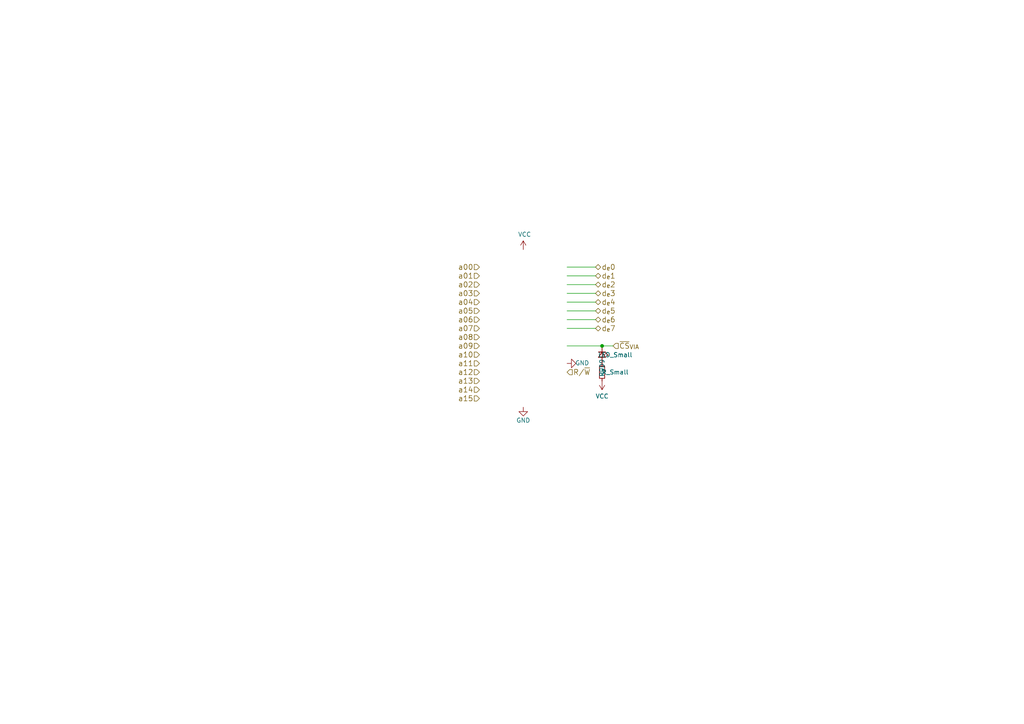
<source format=kicad_sch>
(kicad_sch (version 20230121) (generator eeschema)
  (paper "A4")
  (lib_symbols
    (symbol "Device:LED_Small" (pin_numbers hide) (pin_names (offset 0.254) hide)
      (property "Reference" "D" (at -1.27 3.175 0))
      (property "Value" "LED_Small" (at -4.445 -2.54 0))
      (symbol "LED_Small_0_1"
        (polyline (pts (xy -0.762 -1.016) (xy -0.762 1.016)) (stroke (width 0.254)))
        (polyline (pts (xy 1.016 0) (xy -0.762 0)))
        (polyline (pts (xy 0.762 -1.016) (xy -0.762 0) (xy 0.762 1.016) (xy 0.762 -1.016)) (stroke (width 0.254)))
        (polyline (pts (xy 0 0.762) (xy -0.508 1.27) (xy -0.254 1.27) (xy -0.508 1.27) (xy -0.508 1.016)))
        (polyline (pts (xy 0.508 1.27) (xy 0 1.778) (xy 0.254 1.778) (xy 0 1.778) (xy 0 1.524)))
      )
      (symbol "LED_Small_1_1"
        (pin passive line (at -2.54 0 0) (length 1.778) (name "K") (number "1"))
        (pin passive line (at 2.54 0 180) (length 1.778) (name "A") (number "2"))
      )
    )
    (symbol "Device:R_Small" (pin_numbers hide) (pin_names (offset 0.254) hide)
      (property "Reference" "R" (at 0.762 0.508 0))
      (property "Value" "R_Small" (at 0.762 -1.016 0))
      (symbol "R_Small_0_1"
        (rectangle (start -0.762 1.778) (end 0.762 -1.778) (stroke (width 0.2032)))
      )
      (symbol "R_Small_1_1"
        (pin passive line (at 0 2.54 270) (length 0.762) (name "~") (number "1"))
        (pin passive line (at 0 -2.54 90) (length 0.762) (name "~") (number "2"))
      )
    )
    (symbol "power:GND" (power) (pin_names (offset 0))
      (property "Value" "GND" (at 0 -3.81 0))
      (symbol "GND_0_1"
        (polyline (pts (xy 0 0) (xy 0 -1.27) (xy 1.27 -1.27) (xy 0 -2.54) (xy -1.27 -1.27) (xy 0 -1.27)))
      )
      (symbol "GND_1_1"
        (pin power_in line (at 0 0 270) (length 0) hide (name "GND") (number "1"))
      )
    )
    (symbol "power:VCC" (power) (pin_names (offset 0))
      (property "Value" "VCC" (at 0 3.81 0))
      (symbol "VCC_0_1"
        (polyline (pts (xy -0.762 1.27) (xy 0 2.54)))
        (polyline (pts (xy 0 0) (xy 0 2.54)))
        (polyline (pts (xy 0 2.54) (xy 0.762 1.27)))
      )
      (symbol "VCC_1_1"
        (pin power_in line (at 0 0 90) (length 0) hide (name "VCC") (number "1"))
      )
    )
  )
  (junction (at 174.625 100.33))
  (wire (pts (xy 172.72 92.71) (xy 164.465 92.71)))
  (wire (pts (xy 177.8 100.33) (xy 174.625 100.33)))
  (wire (pts (xy 172.72 82.55) (xy 164.465 82.55)))
  (wire (pts (xy 172.72 95.25) (xy 164.465 95.25)))
  (wire (pts (xy 172.72 85.09) (xy 164.465 85.09)))
  (wire (pts (xy 172.72 87.63) (xy 164.465 87.63)))
  (wire (pts (xy 174.625 100.33) (xy 164.465 100.33)))
  (wire (pts (xy 172.72 80.01) (xy 164.465 80.01)))
  (wire (pts (xy 172.72 77.47) (xy 164.465 77.47)))
  (wire (pts (xy 172.72 90.17) (xy 164.465 90.17)))
  (hierarchical_label "a13" (shape input) (at 139.065 110.49 180) (effects (font (size 1.524 1.524))))
  (hierarchical_label "a04" (shape input) (at 139.065 87.63 180) (effects (font (size 1.524 1.524))))
  (hierarchical_label "a12" (shape input) (at 139.065 107.95 180) (effects (font (size 1.524 1.524))))
  (hierarchical_label "a11" (shape input) (at 139.065 105.41 180) (effects (font (size 1.524 1.524))))
  (hierarchical_label "a03" (shape input) (at 139.065 85.09 180) (effects (font (size 1.524 1.524))))
  (hierarchical_label "d_{e}2" (shape tri_state) (at 172.72 82.55 0) (effects (font (size 1.524 1.524))))
  (hierarchical_label "a15" (shape input) (at 139.065 115.57 180) (effects (font (size 1.524 1.524))))
  (hierarchical_label "a00" (shape input) (at 139.065 77.47 180) (effects (font (size 1.524 1.524))))
  (hierarchical_label "d_{e}3" (shape tri_state) (at 172.72 85.09 0) (effects (font (size 1.524 1.524))))
  (hierarchical_label "d_{e}0" (shape tri_state) (at 172.72 77.47 0) (effects (font (size 1.524 1.524))))
  (hierarchical_label "a02" (shape input) (at 139.065 82.55 180) (effects (font (size 1.524 1.524))))
  (hierarchical_label "a05" (shape input) (at 139.065 90.17 180) (effects (font (size 1.524 1.524))))
  (hierarchical_label "a09" (shape input) (at 139.065 100.33 180) (effects (font (size 1.524 1.524))))
  (hierarchical_label "a06" (shape input) (at 139.065 92.71 180) (effects (font (size 1.524 1.524))))
  (hierarchical_label "d_{e}7" (shape tri_state) (at 172.72 95.25 0) (effects (font (size 1.524 1.524))))
  (hierarchical_label "d_{e}5" (shape tri_state) (at 172.72 90.17 0) (effects (font (size 1.524 1.524))))
  (hierarchical_label "d_{e}4" (shape tri_state) (at 172.72 87.63 0) (effects (font (size 1.524 1.524))))
  (hierarchical_label "a01" (shape input) (at 139.065 80.01 180) (effects (font (size 1.524 1.524))))
  (hierarchical_label "a10" (shape input) (at 139.065 102.87 180) (effects (font (size 1.524 1.524))))
  (hierarchical_label "a07" (shape input) (at 139.065 95.25 180) (effects (font (size 1.524 1.524))))
  (hierarchical_label "a08" (shape input) (at 139.065 97.79 180) (effects (font (size 1.524 1.524))))
  (hierarchical_label "R{slash}~{W}" (shape input) (at 164.465 107.95 0) (effects (font (size 1.524 1.524))))
  (hierarchical_label "a14" (shape input) (at 139.065 113.03 180) (effects (font (size 1.524 1.524))))
  (hierarchical_label "~{CS}_{VIA}" (shape input) (at 177.8 100.33 0) (effects (font (size 1.524 1.524))))
  (hierarchical_label "d_{e}1" (shape tri_state) (at 172.72 80.01 0) (effects (font (size 1.524 1.524))))
  (hierarchical_label "d_{e}6" (shape tri_state) (at 172.72 92.71 0) (effects (font (size 1.524 1.524))))
  (symbol (lib_id "power:VCC") (at 151.765 72.39 0) (unit 1)
    (property "Reference" "#PWR056" (effects hide))
    (property "Value" "VCC" (at 152.146 67.9958 0))
    (instances (project "8bit-computer" (path "" (reference "#PWR056") (unit 1)) (path "" (reference "#PWR049") (unit 1))))
  )
  (symbol (lib_id "Device:LED_Small") (at 174.625 102.87 270) (unit 1)
    (property "Reference" "D9" (at 174.625 105.4735 0))
    (property "Value" "LED_Small" (at 178.435 102.9335 90))
    (instances (project "8bit-computer" (path "" (reference "D9") (unit 1)) (path "" (reference "D10") (unit 1)) (path "" (reference "D11") (unit 1)) (path "" (reference "D46") (unit 1))))
  )
  (symbol (lib_id "Device:R_Small") (at 174.625 107.95 0) (unit 1)
    (property "Reference" "R9" (at 174.625 107.95 90))
    (property "Value" "R_Small" (at 178.435 107.95 0))
    (instances (project "8bit-computer" (path "" (reference "R9") (unit 1)) (path "" (reference "R10") (unit 1)) (path "" (reference "R11") (unit 1)) (path "" (reference "R46") (unit 1))))
  )
  (symbol (lib_id "power:GND") (at 164.465 105.41 90) (unit 1)
    (property "Reference" "#PWR059" (effects hide))
    (property "Value" "GND" (at 168.8592 105.283 90))
    (instances (project "8bit-computer" (path "" (reference "#PWR059") (unit 1)) (path "" (reference "#PWR051") (unit 1))))
  )
  (symbol (lib_id "power:VCC") (at 174.625 110.49 180) (unit 1)
    (property "Reference" "#PWR03" (effects hide))
    (property "Value" "VCC" (at 174.625 114.935 0))
    (instances (project "8bit-computer" (path "" (reference "#PWR03") (unit 1)) (path "" (reference "#PWR098") (unit 1)) (path "" (reference "#PWR052") (unit 1))))
  )
  (symbol (lib_id "power:GND") (at 151.765 118.11 0) (unit 1)
    (property "Reference" "#PWR057" (effects hide))
    (property "Value" "GND" (at 151.765 121.92 0))
    (instances (project "8bit-computer" (path "" (reference "#PWR057") (unit 1)) (path "" (reference "#PWR050") (unit 1))))
  )
)
</source>
